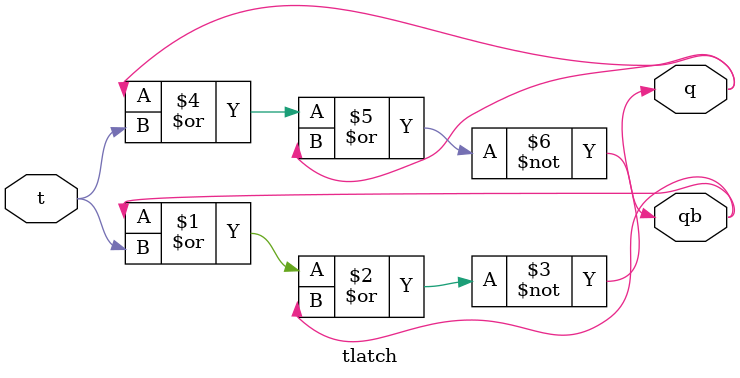
<source format=v>
module tlatch(input t,output q,qb);
  assign q=~(qb|t|qb);
  assign qb=~(q|t|q);
endmodule

</source>
